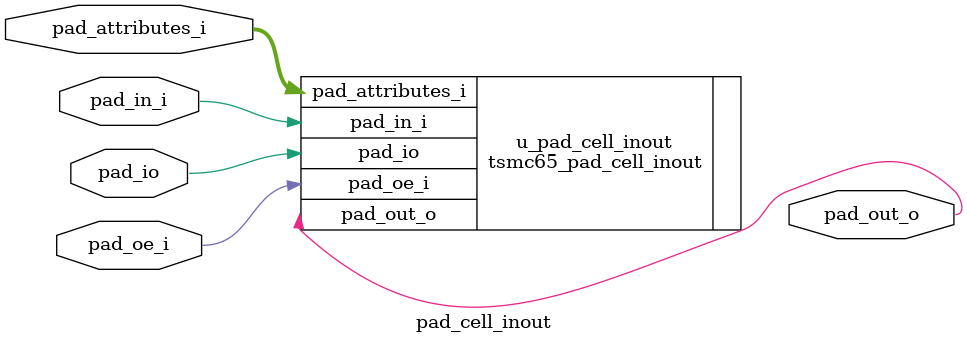
<source format=sv>

module pad_cell_inout #(
  parameter int unsigned PADATTR = 16
) (
  input logic pad_in_i, // pad input value
  input logic pad_oe_i, // pad output enable
  output logic pad_out_o, // pad output value
  inout logic pad_io, // pad value
  input logic [PADATTR-1:0] pad_attributes_i // pad attributes
);
  tsmc65_pad_cell_inout #(
    .PADATTR (PADATTR )
  ) u_pad_cell_inout (
  	.pad_in_i         (pad_in_i         ),
    .pad_oe_i         (pad_oe_i         ),
    .pad_out_o        (pad_out_o        ),
    .pad_io           (pad_io           ),
    .pad_attributes_i (pad_attributes_i )
  );
endmodule

</source>
